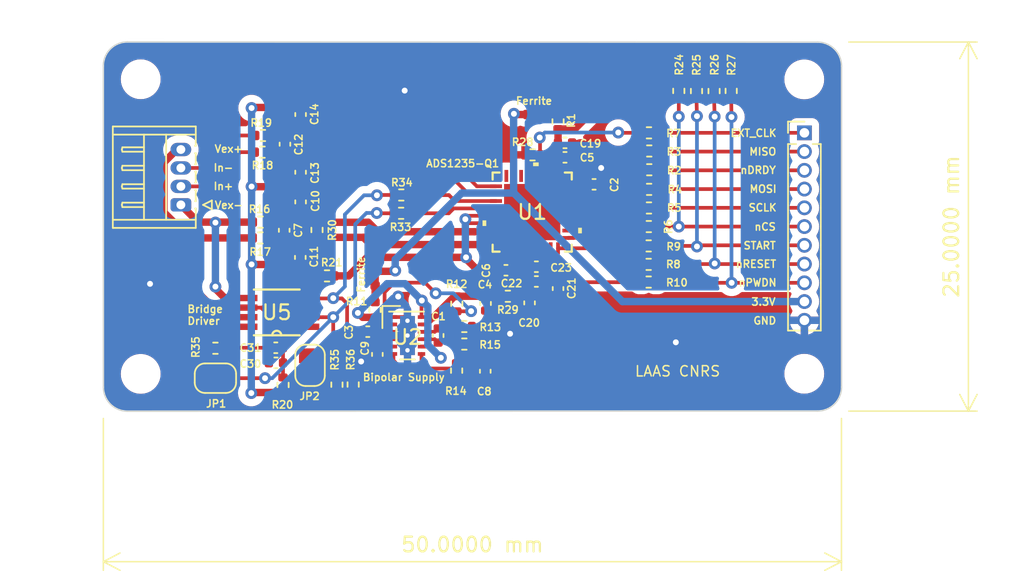
<source format=kicad_pcb>
(kicad_pcb (version 20221018) (generator pcbnew)
  (title_block (title "Analog conditioning and filtering measurements") (company "LAAS - CNRS"))
  (layers (0 "F.Cu" signal) (31 "B.Cu" signal) (34 "B.Paste" user) (35 "F.Paste" user) (36 "B.SilkS" user "B.Silkscreen") (37 "F.SilkS" user "F.Silkscreen") (38 "B.Mask" user) (39 "F.Mask" user) (44 "Edge.Cuts" user))
  (net 0 "")
  (net 1 "/nCS")
  (net 2 "Net-(J2-Pin_6)")
  (net 3 "Net-(J2-Pin_1)")
  (net 4 "Net-(U2-FB+)")
  (net 5 "GND")
  (net 6 "/-2.5V")
  (net 7 "Net-(U5-INB)")
  (net 8 "Net-(U5-INA)")
  (net 9 "/ACX2")
  (net 10 "/ACX1")
  (net 11 "Net-(U1-REFN0)")
  (net 12 "Net-(U1-REFP0)")
  (net 13 "/2V5")
  (net 14 "/Avdd")
  (net 15 "/EXT_CLK")
  (net 16 "/3V3d")
  (net 17 "Net-(J2-Pin_8)")
  (net 18 "Net-(J2-Pin_3)")
  (net 19 "Net-(J2-Pin_2)")
  (net 20 "Net-(U5-VDD)")
  (net 21 "Net-(U5-GND)")
  (net 22 "Net-(J1-Pin_3)")
  (net 23 "Net-(U1-AIN5)")
  (net 24 "Net-(J1-Pin_2)")
  (net 25 "Net-(U1-AIN4)")
  (net 26 "Net-(J1-Pin_1)")
  (net 27 "Net-(J1-Pin_4)")
  (net 28 "/3V3")
  (net 29 "/3V3a")
  (net 30 "Net-(J2-Pin_9)")
  (net 31 "Net-(J2-Pin_7)")
  (net 32 "/nPWDN")
  (net 33 "Net-(J2-Pin_4)")
  (net 34 "/START")
  (net 35 "Net-(J2-Pin_5)")
  (net 36 "Net-(U2-FB-)")
  (net 37 "/nDRDY")
  (net 38 "Net-(U2-CP)")
  (net 39 "Net-(U2-C-)")
  (net 40 "Net-(U2-C+)")
  (net 41 "Net-(U1-BYPASS)")
  (net 42 "Net-(U1-CAPN)")
  (net 43 "Net-(U1-CAPP)")
  (net 54 "/MISO")
  (net 55 "/MOSI")
  (net 56 "/SCLK")
  (net 57 "/nRESET")
  (net 58 "jump1")
  (net 59 "jump2")
  (footprint "Resistor_SMD:R_0402_1005Metric" (layer "F.Cu") (at 136.94 113.81)
    (fp_text reference "R9")
    (fp_text value "47" hide)
  )
  (footprint "Resistor_SMD:R_0402_1005Metric" (layer "F.Cu") (at 141.37 103.32 -90)
    (fp_text reference "R26")
    (fp_text value "100k" hide)
  )
  (footprint "Capacitor_SMD:C_0402_1005Metric" (layer "F.Cu") (at 112.3011 106.92 90)
    (fp_text reference "C12")
    (fp_text value "10n" hide)
  )
  (footprint "Resistor_SMD:R_0402_1005Metric" (layer "F.Cu") (at 115.1511 115.84 180)
    (fp_text reference "R21")
    (fp_text value "0" hide)
  )
  (footprint "Capacitor_SMD:C_0402_1005Metric" (layer "F.Cu") (at 118.5611 121.16 -90)
    (fp_text reference "C9")
    (fp_text value "4.7u" hide)
  )
  (footprint "Resistor_SMD:R_0402_1005Metric" (layer "F.Cu") (at 136.94 115.06)
    (fp_text reference "R8")
    (fp_text value "47" hide)
  )
  (footprint "Capacitor_SMD:C_0402_1005Metric" (layer "F.Cu") (at 113.3411 114.59 -90)
    (fp_text reference "C11")
    (fp_text value "1n" hide)
  )
  (footprint "Capacitor_SMD:C_0402_1005Metric" (layer "F.Cu") (at 111.6901 121.73 180)
    (fp_text reference "C30")
    (fp_text value "2.2u" hide)
  )
  (footprint "ADS1235-Q1:RHM0032A_VQFNP_TEX" (layer "F.Cu") (at 129.05 111.52 90)
    (fp_text reference "U1")
    (fp_text value "ADS1235QWRHMRQ1" hide)
  )
  (footprint "Resistor_SMD:R_0402_1005Metric" (layer "F.Cu") (at 110.6511 112.2)
    (fp_text reference "R16")
    (fp_text value "100" hide)
  )
  (footprint "Resistor_SMD:R_0402_1005Metric" (layer "F.Cu") (at 136.98 108.65)
    (fp_text reference "R2")
    (fp_text value "47" hide)
  )
  (footprint "Resistor_SMD:R_0402_1005Metric" (layer "F.Cu") (at 120.1811 110.36 180)
    (fp_text reference "R34")
    (fp_text value "0" hide)
  )
  (footprint "Resistor_SMD:R_0402_1005Metric" (layer "F.Cu") (at 140.18 103.32 -90)
    (fp_text reference "R25")
    (fp_text value "100k" hide)
  )
  (footprint "MountingHole:MountingHole_2.2mm_M2" (layer "F.Cu") (at 147.48 102.53)
    (fp_text reference "REF**" hide)
    (fp_text value "MountingHole_2.2mm_M2")
  )
  (footprint "Resistor_SMD:R_0402_1005Metric" (layer "F.Cu") (at 136.96 106.15)
    (fp_text reference "R7")
    (fp_text value "47" hide)
  )
  (footprint "Capacitor_SMD:C_0402_1005Metric" (layer "F.Cu") (at 125.8911 117.71 -90)
    (fp_text reference "C4")
    (fp_text value "2.2u" hide)
  )
  (footprint "Resistor_SMD:R_0402_1005Metric" (layer "F.Cu") (at 129.0711 107.64 180)
    (fp_text reference "R28")
    (fp_text value "100k" hide)
  )
  (footprint "Capacitor_SMD:C_0402_1005Metric" (layer "F.Cu") (at 133.2411 109.64)
    (fp_text reference "C2")
    (fp_text value "1u" hide)
  )
  (footprint "Capacitor_SMD:C_0402_1005Metric" (layer "F.Cu") (at 127.2711 115.46 180)
    (fp_text reference "C6")
    (fp_text value "4.7n" hide)
  )
  (footprint "Capacitor_SMD:C_0402_1005Metric" (layer "F.Cu") (at 125.8711 122.3 -90)
    (fp_text reference "C8")
    (fp_text value "2.2u" hide)
  )
  (footprint "Resistor_SMD:R_0402_1005Metric" (layer "F.Cu") (at 118.4011 118.14 -90)
    (fp_text reference "R11")
    (fp_text value "0" hide)
  )
  (footprint "Resistor_SMD:R_0402_1005Metric" (layer "F.Cu") (at 110.6411 113.27)
    (fp_text reference "R17")
    (fp_text value "100" hide)
  )
  (footprint "Resistor_SMD:R_0402_1005Metric" (layer "F.Cu") (at 136.98 107.38)
    (fp_text reference "R3")
    (fp_text value "47" hide)
  )
  (footprint "MountingHole:MountingHole_2.2mm_M2" (layer "F.Cu") (at 102.53 122.48)
    (fp_text reference "REF**" hide)
    (fp_text value "MountingHole_2.2mm_M2")
  )
  (footprint "Resistor_SMD:R_0402_1005Metric" (layer "F.Cu") (at 136.94 116.26)
    (fp_text reference "R10")
    (fp_text value "47" hide)
  )
  (footprint "Resistor_SMD:R_0402_1005Metric" (layer "F.Cu") (at 142.53 103.31 -90)
    (fp_text reference "R27")
    (fp_text value "100k" hide)
  )
  (footprint "MountingHole:MountingHole_2.2mm_M2" (layer "F.Cu") (at 147.48 122.47)
    (fp_text reference "REF**" hide)
    (fp_text value "MountingHole_2.2mm_M2")
  )
  (footprint "Capacitor_SMD:C_0402_1005Metric" (layer "F.Cu") (at 130.8011 116.7 90)
    (fp_text reference "C21")
    (fp_text value "0.1u" hide)
  )
  (footprint "Resistor_SMD:R_0402_1005Metric" (layer "F.Cu") (at 114.4711 112.73 -90)
    (fp_text reference "R30")
    (fp_text value "100k" hide)
  )
  (footprint "Resistor_SMD:R_0402_1005Metric" (layer "F.Cu") (at 107.5911 120.74 180)
    (fp_text reference "R35")
    (fp_text value "100k" hide)
  )
  (footprint "Capacitor_SMD:C_0402_1005Metric" (layer "F.Cu") (at 112.2511 112.75 -90)
    (fp_text reference "C7")
    (fp_text value "10n" hide)
  )
  (footprint "Resistor_SMD:R_0402_1005Metric" (layer "F.Cu") (at 112.1711 123.23 -90)
    (fp_text reference "R20")
    (fp_text value "0" hide)
  )
  (footprint "Inductor_SMD:L_0402_1005Metric" (layer "F.Cu") (at 118.4111 116.015 90)
    (fp_text reference "Ferrite")
    (fp_text value "L_0402_1005Metric" hide)
  )
  (footprint "Capacitor_SMD:C_0402_1005Metric" (layer "F.Cu") (at 111.6801 120.71 180)
    (fp_text reference "C31")
    (fp_text value "220p" hide)
  )
  (footprint "Resistor_SMD:R_0402_1005Metric" (layer "F.Cu") (at 110.7811 107.46)
    (fp_text reference "R18")
    (fp_text value "100" hide)
  )
  (footprint "Resistor_SMD:R_0402_1005Metric" (layer "F.Cu") (at 136.96 111.24)
    (fp_text reference "R5")
    (fp_text value "47" hide)
  )
  (footprint "Capacitor_SMD:C_0402_1005Metric" (layer "F.Cu") (at 128.8711 117.67 -90)
    (fp_text reference "C20")
    (fp_text value "0.1u" hide)
  )
  (footprint "Jumper:SolderJumper-2_P1.3mm_Open_RoundedPad1.0x1.5mm" (layer "F.Cu") (at 114.0011 121.9 -90)
    (fp_text reference "JP2")
    (fp_text value "SolderJumper-2_P1.3mm_Open_RoundedPad1.0x1.5mm" hide)
  )
  (footprint "Jumper:SolderJumper-2_P1.3mm_Bridged_RoundedPad1.0x1.5mm" (layer "F.Cu") (at 107.5911 122.77)
    (fp_text reference "JP1")
    (fp_text value "SolderJumper-2_P1.3mm_Bridged_RoundedPad1.0x1.5mm" hide)
  )
  (footprint "Capacitor_SMD:C_0402_1005Metric" (layer "F.Cu") (at 122.6811 119.88 90)
    (fp_text reference "C1")
    (fp_text value "1u" hide)
  )
  (footprint "Resistor_SMD:R_0402_1005Metric" (layer "F.Cu") (at 136.97 109.98)
    (fp_text reference "R4")
    (fp_text value "47" hide)
  )
  (footprint "Connector_Hirose:Hirose_DF13-04P-1.25DS_1x04_P1.25mm_Horizontal" (layer "F.Cu") (at 105.2511 111.03 90)
    (fp_text reference "J1" hide)
    (fp_text value "Conn_01x04_Pin")
  )
  (footprint "Resistor_SMD:R_0402_1005Metric" (layer "F.Cu") (at 123.9311 122.26 -90)
    (fp_text reference "R14")
    (fp_text value "536k" hide)
  )
  (footprint "Resistor_SMD:R_0402_1005Metric" (layer "F.Cu") (at 130.8011 105.38 90)
    (fp_text reference "R1")
    (fp_text value "0.1" hide)
  )
  (footprint "Capacitor_SMD:C_0402_1005Metric" (layer "F.Cu") (at 129.3311 115.22)
    (fp_text reference "C23")
    (fp_text value "0.1u" hide)
  )
  (footprint "Resistor_SMD:R_0402_1005Metric" (layer "F.Cu") (at 136.95 112.5)
    (fp_text reference "R6")
    (fp_text value "47" hide)
  )
  (footprint "Resistor_SMD:R_0402_1005Metric" (layer "F.Cu") (at 120.1711 111.6 180)
    (fp_text reference "R33")
    (fp_text value "0" hide)
  )
  (footprint "Capacitor_SMD:C_0402_1005Metric" (layer "F.Cu") (at 113.3611 110.83 -90)
    (fp_text reference "C10")
    (fp_text value "1n" hide)
  )
  (footprint "Resistor_SMD:R_0402_1005Metric" (layer "F.Cu") (at 124.4511 119.27)
    (fp_text reference "R13")
    (fp_text value "549k" hide)
  )
  (footprint "Capacitor_SMD:C_0402_1005Metric" (layer "F.Cu") (at 117.9111 119.62 180)
    (fp_text reference "C3")
    (fp_text value "4.7u" hide)
  )
  (footprint "Capacitor_SMD:C_0402_1005Metric" (layer "F.Cu") (at 131.2711 106.83)
    (fp_text reference "C19")
    (fp_text value "0.1u" hide)
  )
  (footprint "MountingHole:MountingHole_2.2mm_M2" (layer "F.Cu") (at 102.53 102.52)
    (fp_text reference "REF**" hide)
    (fp_text value "MountingHole_2.2mm_M2")
  )
  (footprint "UCC27524:DGN8" (layer "F.Cu") (at 111.7456 118.315001 180)
    (fp_text reference "U5")
    (fp_text value "UCC27524DGN" hide)
  )
  (footprint "Resistor_SMD:R_0402_1005Metric" (layer "F.Cu") (at 138.98 103.31 -90)
    (fp_text reference "R24")
    (fp_text value "100k" hide)
  )
  (footprint "Inductor_SMD:L_0402_1005Metric" (layer "F.Cu") (at 129.2011 104.91)
    (fp_text reference "Ferrite")
    (fp_text value "L_0402_1005Metric" hide)
  )
  (footprint "Resistor_SMD:R_0402_1005Metric" (layer "F.Cu") (at 123.9411 117.73 -90)
    (fp_text reference "R12")
    (fp_text value "602k" hide)
  )
  (footprint "Resistor_SMD:R_0402_1005Metric" (layer "F.Cu") (at 115.8211 123.21 90)
    (fp_text reference "R35")
    (fp_text value "100k" hide)
  )
  (footprint "Resistor_SMD:R_0402_1005Metric" (layer "F.Cu") (at 116.9211 123.2 90)
    (fp_text reference "R36")
    (fp_text value "100k" hide)
  )
  (footprint "Capacitor_SMD:C_0402_1005Metric" (layer "F.Cu") (at 131.2711 107.81)
    (fp_text reference "C5")
    (fp_text value "1u" hide)
  )
  (footprint "Package_SON:WSON-12-1EP_3x2mm_P0.5mm_EP1x2.65_ThermalVias" (layer "F.Cu") (at 120.6011 119.88)
    (fp_text reference "U2")
    (fp_text value "LM27762" hide)
  )
  (footprint "Capacitor_SMD:C_0402_1005Metric" (layer "F.Cu") (at 113.3611 108.82 90)
    (fp_text reference "C13")
    (fp_text value "1n" hide)
  )
  (footprint "Resistor_SMD:R_0402_1005Metric" (layer "F.Cu") (at 124.4511 120.46)
    (fp_text reference "R15")
    (fp_text value "511k" hide)
  )
  (footprint "Capacitor_SMD:C_0402_1005Metric" (layer "F.Cu") (at 113.3611 104.91 90)
    (fp_text reference "C14")
    (fp_text value "1n" hide)
  )
  (footprint "Resistor_SMD:R_0402_1005Metric" (layer "F.Cu") (at 110.8111 106.33)
    (fp_text reference "R19")
    (fp_text value "100" hide)
  )
  (footprint "Capacitor_SMD:C_0402_1005Metric" (layer "F.Cu") (at 129.3311 116.22)
    (fp_text reference "C22")
    (fp_text value "1u" hide)
  )
  (footprint "Connector_PinHeader_1.27mm:PinHeader_1x11_P1.27mm_Vertical" (layer "F.Cu") (at 147.49 106.15)
    (fp_text reference "J2" hide)
    (fp_text value "Conn_01x11_Pin")
  )
  (footprint "Resistor_SMD:R_0402_1005Metric" (layer "F.Cu") (at 127.4011 117.22)
    (fp_text reference "R29")
    (fp_text value "0.1" hide)
  )
  (gr_arc locked (start 100 101.62) (mid 100.475789 100.471345) (end 101.624444 99.995558) (stroke (width 0.1)) (layer "Edge.Cuts"))
  (gr_line locked (start 148.38 100.005558) (end 101.624444 99.995558) (stroke (width 0.1)) (layer "Edge.Cuts"))
  (gr_arc locked (start 101.63 125.004442) (mid 100.481345 124.528653) (end 100.005558 123.379998) (stroke (width 0.1)) (layer "Edge.Cuts"))
  (gr_arc locked (start 150.004442 123.37) (mid 149.528653 124.518655) (end 148.379998 124.994442) (stroke (width 0.1)) (layer "Edge.Cuts"))
  (gr_arc locked (start 148.38 100.005558) (mid 149.528655 100.481347) (end 150.004442 101.630002) (stroke (width 0.1)) (layer "Edge.Cuts"))
  (gr_line locked (start 150.004442 123.37) (end 150.004442 101.630002) (stroke (width 0.1)) (layer "Edge.Cuts"))
  (gr_line locked (start 101.63 125.004442) (end 148.379998 124.994442) (stroke (width 0.1)) (layer "Edge.Cuts"))
  (gr_line locked (start 100 101.62) (end 100.005558 123.379998) (stroke (width 0.1)) (layer "Edge.Cuts"))
  (gr_text "EXT_CLK" (at 142.43 106.46) (layer "F.SilkS") (effects (font (size 0.5 0.5) (thickness 0.1)) (justify left bottom)))
  (gr_text "nPWDN" (at 142.98 116.59) (layer "F.SilkS") (effects (font (size 0.5 0.5) (thickness 0.1)) (justify left bottom)))
  (gr_text "Vex+" (at 107.4811 107.53) (layer "F.SilkS") (effects (font (size 0.5 0.5) (thickness 0.1)) (justify left bottom)))
  (gr_text "nRESET" (at 142.79 115.33) (layer "F.SilkS") (effects (font (size 0.5 0.5) (thickness 0.1)) (justify left bottom)))
  (gr_text "START" (at 143.31 114.08) (layer "F.SilkS") (effects (font (size 0.5 0.5) (thickness 0.1)) (justify left bottom)))
  (gr_text "GND" (at 143.98 119.17) (layer "F.SilkS") (effects (font (size 0.5 0.5) (thickness 0.1)) (justify left bottom)))
  (gr_text "In-" (at 107.4111 108.81) (layer "F.SilkS") (effects (font (size 0.5 0.5) (thickness 0.1)) (justify left bottom)))
  (gr_text "ADS1235-Q1" (at 121.8111 108.52) (layer "F.SilkS") (effects (font (size 0.5 0.5) (thickness 0.1)) (justify left bottom)))
  (gr_text "MISO" (at 143.7 107.72) (layer "F.SilkS") (effects (font (size 0.5 0.5) (thickness 0.1)) (justify left bottom)))
  (gr_text "Bipolar Supply" (at 117.5211 123) (layer "F.SilkS") (effects (font (size 0.5 0.5) (thickness 0.1)) (justify left bottom)))
  (gr_text "Bridge\nDriver" (at 105.6411 119.19) (layer "F.SilkS") (effects (font (size 0.5 0.5) (thickness 0.1)) (justify left bottom)))
  (gr_text "LAAS CNRS" (at 135.95 122.71) (layer "F.SilkS") (effects (font (size 0.7 0.7) (thickness 0.1)) (justify left bottom)))
  (gr_text "Vex-" (at 107.4911 111.34) (layer "F.SilkS") (effects (font (size 0.5 0.5) (thickness 0.1)) (justify left bottom)))
  (gr_text "nDRDY" (at 143.1 108.97) (layer "F.SilkS") (effects (font (size 0.5 0.5) (thickness 0.1)) (justify left bottom)))
  (gr_text "3.3V" (at 143.84 117.89) (layer "F.SilkS") (effects (font (size 0.5 0.5) (thickness 0.1)) (justify left bottom)))
  (gr_text "MOSI" (at 143.72 110.25) (layer "F.SilkS") (effects (font (size 0.5 0.5) (thickness 0.1)) (justify left bottom)))
  (gr_text "In+" (at 107.4111 110.06) (layer "F.SilkS") (effects (font (size 0.5 0.5) (thickness 0.1)) (justify left bottom)))
  (gr_text "nCS" (at 144.05 112.81) (layer "F.SilkS") (effects (font (size 0.5 0.5) (thickness 0.1)) (justify left bottom)))
  (gr_text "SCLK" (at 143.65 111.51) (layer "F.SilkS") (effects (font (size 0.5 0.5) (thickness 0.1)) (justify left bottom)))
  (dimension (type aligned) (layer "F.SilkS") (pts (xy 150 125) (xy 150 100)) (height 8.6) (gr_text "25.0000 mm" (at 157.45 112.5 90) (layer "F.SilkS") (effects (font (size 1 1) (thickness 0.15)))) (format (prefix "") (suffix "") (units 3) (units_format 1) (precision 4)) (style (thickness 0.1) (arrow_length 1.27) (text_position_mode 0) (extension_height 0.58642) (extension_offset 0.5) keep_text_aligned))
  (dimension (type aligned) (layer "F.SilkS") (pts (xy 100 125) (xy 150 125)) (height 10.199999) (gr_text "50.0000 mm" (at 125 134.049999) (layer "F.SilkS") (effects (font (size 1 1) (thickness 0.15)))) (format (prefix "") (suffix "") (units 3) (units_format 1) (precision 4)) (style (thickness 0.1) (arrow_length 1.27) (text_position_mode 0) (extension_height 0.58642) (extension_offset 0.5) keep_text_aligned))
  (segment (start 135.0211 112.77) (end 135.2911 112.5) (width 0.25) (layer "F.Cu") (net 1))
  (segment (start 135.2911 112.5) (end 136.44 112.5) (width 0.25) (layer "F.Cu") (net 1))
  (segment (start 131.5011 112.77) (end 135.0211 112.77) (width 0.25) (layer "F.Cu") (net 1))
  (segment (start 138.98 112.5) (end 147.49 112.5) (width 0.25) (layer "F.Cu") (net 2))
  (segment (start 138.98 112.5) (end 137.46 112.5) (width 0.25) (layer "F.Cu") (net 2))
  (segment (start 139.06 105.05) (end 139 104.99) (width 0.25) (layer "F.Cu") (net 2))
  (segment (start 138.98 104.97) (end 138.98 104.97) (width 0.25) (layer "F.Cu") (net 2))
  (segment (start 138.98 103.82) (end 138.98 104.97) (width 0.25) (layer "F.Cu") (net 2))
  (segment (start 138.98 105.05) (end 139.06 105.05) (width 0.25) (layer "F.Cu") (net 2))
  (segment (start 138.98 104.97) (end 138.98 105.05) (width 0.25) (layer "F.Cu") (net 2))
  (via (at 138.98 112.5) (size 0.8) (drill 0.4) (layers "F.Cu" "B.Cu") (net 2))
  (via (at 138.98 105.05) (size 0.8) (drill 0.4) (layers "F.Cu" "B.Cu") (net 2))
  (segment (start 138.98 105.05) (end 138.98 112.5) (width 0.25) (layer "B.Cu") (net 2))
  (segment (start 137.47 106.15) (end 147.49 106.15) (width 0.25) (layer "F.Cu") (net 3))
  (segment (start 119.264273 119.13) (end 119.6511 119.13) (width 0.25) (layer "F.Cu") (net 4))
  (segment (start 124.8111 118.23) (end 124.9111 118.23) (width 0.25) (layer "F.Cu") (net 4))
  (segment (start 124.8211 118.24) (end 124.8111 118.23) (width 0.25) (layer "F.Cu") (net 4))
  (segment (start 124.9111 118.33) (end 124.8311 118.25) (width 0.25) (layer "F.Cu") (net 4))
  (segment (start 123.9411 118.24) (end 124.8211 118.24) (width 0.25) (layer "F.Cu") (net 4))
  (segment (start 119.0511 118.916827) (end 119.264273 119.13) (width 0.25) (layer "F.Cu") (net 4))
  (segment (start 121.7911 116.3) (end 119.7011 116.3) (width 0.25) (layer "F.Cu") (net 4))
  (segment (start 119.7011 116.3) (end 119.0511 116.95) (width 0.25) (layer "F.Cu") (net 4))
  (segment (start 119.0511 116.95) (end 119.0511 118.916827) (width 0.25) (layer "F.Cu") (net 4))
  (segment (start 124.9111 118.23) (end 124.9111 118.33) (width 0.25) (layer "F.Cu") (net 4))
  (segment (start 123.9411 119.27) (end 123.9411 118.24) (width 0.25) (layer "F.Cu") (net 4))
  (segment (start 122.5111 117.02) (end 121.7911 116.3) (width 0.25) (layer "F.Cu") (net 4))
  (via (at 122.5111 117.02) (size 0.8) (drill 0.4) (layers "F.Cu" "B.Cu") (net 4))
  (via (at 124.9111 118.23) (size 0.8) (drill 0.4) (layers "F.Cu" "B.Cu") (net 4))
  (segment (start 122.5111 117.02) (end 123.7011 117.02) (width 0.25) (layer "B.Cu") (net 4))
  (segment (start 123.7011 117.02) (end 124.9111 118.23) (width 0.25) (layer "B.Cu") (net 4))
  (segment (start 133.7211 108.53) (end 133.7211 109.64) (width 0.5) (layer "F.Cu") (net 5))
  (segment (start 131.7411 108.61) (end 131.5011 108.85) (width 0.25) (layer "F.Cu") (net 5))
  (segment (start 117.4611 121.64) (end 118.5611 121.64) (width 0.5) (layer "F.Cu") (net 5))
  (segment (start 117.4311 121.61) (end 117.4311 119.62) (width 0.5) (layer "F.Cu") (net 5))
  (segment (start 131.5011 108.85) (end 131.5011 109.770001) (width 0.25) (layer "F.Cu") (net 5))
  (segment (start 119.6511 120.13) (end 120.3511 120.13) (width 0.25) (layer "F.Cu") (net 5))
  (segment (start 117.4611 121.64) (end 117.4311 121.61) (width 0.5) (layer "F.Cu") (net 5))
  (segment (start 119.6511 118.63) (end 120.3511 118.63) (width 0.25) (layer "F.Cu") (net 5))
  (segment (start 131.7511 108.31) (end 131.7511 107.81) (width 0.5) (layer "F.Cu") (net 5))
  (segment (start 131.7411 108.32) (end 131.7411 108.61) (width 0.25) (layer "F.Cu") (net 5))
  (segment (start 131.7411 108.32) (end 131.7511 108.31) (width 0.5) (layer "F.Cu") (net 5))
  (segment (start 120.3511 118.63) (end 120.6011 118.88) (width 0.25) (layer "F.Cu") (net 5))
  (segment (start 120.3511 120.13) (end 120.6011 119.88) (width 0.25) (layer "F.Cu") (net 5))
  (via (at 119.9711 117.24) (size 0.8) (drill 0.4) (layers "F.Cu" "B.Cu") (net 5))
  (via (at 103.1611 116.38) (size 0.8) (drill 0.4) (layers "F.Cu" "B.Cu") (net 5))
  (via (at 138.78 120.34) (size 0.8) (drill 0.4) (layers "F.Cu" "B.Cu") (net 5))
  (via (at 127.5511 119.76) (size 0.8) (drill 0.4) (layers "F.Cu" "B.Cu") (net 5))
  (via (at 133.7211 108.53) (size 0.8) (drill 0.4) (layers "F.Cu" "B.Cu") (net 5))
  (via (at 120.4111 103.29) (size 0.8) (drill 0.4) (layers "F.Cu" "B.Cu") (net 5))
  (via (at 117.4611 121.64) (size 0.8) (drill 0.4) (layers "F.Cu" "B.Cu") (net 5))
  (segment (start 116.9111 123.72) (end 116.9211 123.71) (width 0.5) (layer "F.Cu") (net 6))
  (segment (start 115.8211 123.72) (end 116.9111 123.72) (width 0.5) (layer "F.Cu") (net 6))
  (segment (start 110.0511 109.8) (end 111.5811 109.8) (width 0.5) (layer "F.Cu") (net 6))
  (segment (start 110.0611 123.74) (end 112.1711 123.74) (width 0.5) (layer "F.Cu") (net 6))
  (segment (start 129.8111 115.22) (end 129.8111 115.1991) (width 0.25) (layer "F.Cu") (net 6))
  (segment (start 123.9311 122.77) (end 125.8611 122.77) (width 0.5) (layer "F.Cu") (net 6))
  (segment (start 129.8111 115.1991) (end 129.3 114.688) (width 0.25) (layer "F.Cu") (net 6))
  (segment (start 110.0411 104.47) (end 110.0811 104.43) (width 0.5) (layer "F.Cu") (net 6))
  (segment (start 113.3411 115.07) (end 110.0511 115.07) (width 0.5) (layer "F.Cu") (net 6))
  (segment (start 115.8011 123.74) (end 115.8211 123.72) (width 0.5) (layer "F.Cu") (net 6))
  (segment (start 129.3 114.688) (end 129.3 113.9711) (width 0.25) (layer "F.Cu") (net 6))
  (segment (start 113.3611 110.35) (end 112.2111 110.35) (width 0.5) (layer "F.Cu") (net 6))
  (segment (start 129.8111 116.22) (end 130.8011 116.22) (width 0.5) (layer "F.Cu") (net 6))
  (segment (start 129.8111 119.62) (end 129.8111 116.22) (width 0.5) (layer "F.Cu") (net 6))
  (segment (start 110.0811 104.43) (end 113.3611 104.43) (width 0.5) (layer "F.Cu") (net 6))
  (segment (start 111.6811 109.82) (end 111.6811 109.7) (width 0.5) (layer "F.Cu") (net 6))
  (segment (start 126.6611 122.77) (end 129.8111 119.62) (width 0.5) (layer "F.Cu") (net 6))
  (segment (start 111.6811 109.7) (end 112.0811 109.3) (width 0.5) (layer "F.Cu") (net 6))
  (segment (start 129.3 113.9711) (end 129.3 111.77) (width 0.25) (layer "F.Cu") (net 6))
  (segment (start 118.7311 123.71) (end 119.6811 122.76) (width 0.5) (layer "F.Cu") (net 6))
  (segment (start 119.6811 122.76) (end 123.7561 122.76) (width 0.5) (layer "F.Cu") (net 6))
  (segment (start 125.8811 122.77) (end 125.8711 122.78) (width 0.5) (layer "F.Cu") (net 6))
  (segment (start 113.3811 110.33) (end 113.3611 110.35) (width 0.5) (layer "F.Cu") (net 6))
  (segment (start 119.6511 121.74) (end 119.6611 121.75) (width 0.25) (layer "F.Cu") (net 6))
  (segment (start 112.2111 110.35) (end 111.6811 109.82) (width 0.5) (layer "F.Cu") (net 6))
  (segment (start 129.8111 115.22) (end 129.8111 116.22) (width 0.5) (layer "F.Cu") (net 6))
  (segment (start 110.0211 123.78) (end 110.0611 123.74) (width 0.5) (layer "F.Cu") (net 6))
  (segment (start 125.8611 122.77) (end 125.8711 122.78) (width 0.5) (layer "F.Cu") (net 6))
  (segment (start 126.6611 122.77) (end 125.8811 122.77) (width 0.5) (layer "F.Cu") (net 6))
  (segment (start 119.6611 121.75) (end 119.6611 122.72) (width 0.5) (layer "F.Cu") (net 6))
  (segment (start 116.9211 123.71) (end 118.7311 123.71) (width 0.5) (layer "F.Cu") (net 6))
  (segment (start 119.6511 121.13) (end 119.6511 121.74) (width 0.25) (layer "F.Cu") (net 6))
  (segment (start 119.6611 122.72) (end 119.6511 122.73) (width 0.5) (layer "F.Cu") (net 6))
  (segment (start 111.5811 109.8) (end 111.6811 109.7) (width 0.5) (layer "F.Cu") (net 6))
  (segment (start 112.0811 109.3) (end 113.3611 109.3) (width 0.5) (layer "F.Cu") (net 6))
  (segment (start 112.1711 123.74) (end 115.8011 123.74) (width 0.5) (layer "F.Cu") (net 6))
  (segment (start 110.0511 115.07) (end 110.0411 115.06) (width 0.5) (layer "F.Cu") (net 6))
  (segment (start 119.6511 122.73) (end 119.6811 122.76) (width 0.5) (layer "F.Cu") (net 6))
  (segment (start 110.0411 109.79) (end 110.0511 109.8) (width 0.5) (layer "F.Cu") (net 6))
  (via (at 110.0411 104.47) (size 0.8) (drill 0.4) (layers "F.Cu" "B.Cu") (net 6))
  (via (at 110.0411 109.79) (size 0.8) (drill 0.4) (layers "F.Cu" "B.Cu") (net 6))
  (via (at 110.0211 123.78) (size 0.8) (drill 0.4) (layers "F.Cu" "B.Cu") (net 6))
  (via (at 110.0411 115.06) (size 0.8) (drill 0.4) (layers "F.Cu" "B.Cu") (net 6))
  (segment (start 110.0411 104.47) (end 110.0411 109.79) (width 0.5) (layer "B.Cu") (net 6))
  (segment (start 110.0211 115.08) (end 110.0211 123.78) (width 0.5) (layer "B.Cu") (net 6))
  (segment (start 110.0411 109.79) (end 110.0411 115.06) (width 0.5) (layer "B.Cu") (net 6))
  (segment (start 110.0411 115.06) (end 110.0211 115.08) (width 0.5) (layer "B.Cu") (net 6))
  (segment (start 116.1601 117.37) (end 116.5111 117.721) (width 0.25) (layer "F.Cu") (net 7))
  (segment (start 115.5711 117.35) (end 115.5911 117.37) (width 0.25) (layer "F.Cu") (net 7))
  (segment (start 113.871098 117.37) (end 113.8411 117.340002) (width 0.25) (layer "F.Cu") (net 7))
  (segment (start 115.5911 117.37) (end 116.1601 117.37) (width 0.25) (layer "F.Cu") (net 7))
  (segment (start 118.5311 110.38) (end 118.6711 110.35) (width 0.25) (layer "F.Cu") (net 7))
  (segment (start 118.6811 110.36) (end 118.5311 110.38) (width 0.25) (layer "F.Cu") (net 7))
  (segment (start 119.6711 110.36) (end 118.6811 110.36) (width 0.25) (layer "F.Cu") (net 7))
  (segment (start 116.5111 117.721) (end 116.5111 122.28) (width 0.25) (layer "F.Cu") (net 7))
  (segment (start 115.5511 117.37) (end 113.871098 117.37) (width 0.25) (layer "F.Cu") (net 7))
  (segment (start 116.5111 122.28) (end 116.9211 122.69) (width 0.25) (layer "F.Cu") (net 7))
  (segment (start 115.5711 117.35) (end 115.5511 117.37) (width 0.25) (layer "F.Cu") (net 7))
  (via (at 118.5311 110.38) (size 0.8) (drill 0.4) (layers "F.Cu" "B.Cu") (net 7))
  (via (at 115.5711 117.35) (size 0.8) (drill 0.4) (layers "F.Cu" "B.Cu") (net 7))
  (segment (start 117.6611 110.38) (end 118.5311 110.38) (width 0.25) (layer "B.Cu") (net 7))
  (segment (start 116.3611 116.56) (end 116.3611 111.68) (width 0.25) (layer "B.Cu") (net 7))
  (segment (start 116.3611 111.68) (end 117.6611 110.38) (width 0.25) (layer "B.Cu") (net 7))
  (segment (start 115.5711 117.35) (end 116.3611 116.56) (width 0.25) (layer "B.Cu") (net 7))
  (segment (start 115.5711 118.640002) (end 114.8785 118.640002) (width 0.25) (layer "F.Cu") (net 8))
  (segment (start 115.5711 120.48) (end 115.5711 118.640002) (width 0.25) (layer "F.Cu") (net 8))
  (segment (start 118.6311 111.6) (end 118.6111 111.58) (width 0.25) (layer "F.Cu") (net 8))
  (segment (start 118.5211 111.49) (end 118.6211 111.59) (width 0.25) (layer "F.Cu") (net 8))
  (segment (start 110.9511 122.77) (end 110.9711 122.77) (width 0.25) (layer "F.Cu") (net 8))
  (segment (start 119.6611 111.6) (end 118.6311 111.6) (width 0.25) (layer "F.Cu") (net 8))
  (segment (start 108.2411 122.77) (end 110.9511 122.77) (width 0.25) (layer "F.Cu") (net 8))
  (segment (start 114.8011 121.25) (end 115.5711 120.48) (width 0.25) (layer "F.Cu") (net 8))
  (segment (start 114.0011 121.25) (end 114.8011 121.25) (width 0.25) (layer "F.Cu") (net 8))
  (segment (start 113.8411 118.640002) (end 114.8785 118.640002) (width 0.25) (layer "F.Cu") (net 8))
  (segment (start 118.6111 111.58) (end 118.5211 111.58) (width 0.25) (layer "F.Cu") (net 8))
  (segment (start 118.5211 111.58) (end 118.5211 111.49) (width 0.25) (layer "F.Cu") (net 8))
  (via (at 118.5211 111.58) (size 0.8) (drill 0.4) (layers "F.Cu" "B.Cu") (net 8))
  (via (at 110.9511 122.77) (size 0.8) (drill 0.4) (layers "F.Cu" "B.Cu") (net 8))
  (via (at 115.5711 118.640002) (size 0.8) (drill 0.4) (layers "F.Cu" "B.Cu") (net 8))
  (segment (start 117.8211 111.58) (end 118.5211 111.58) (width 0.25) (layer "B.Cu") (net 8))
  (segment (start 117.0611 112.34) (end 117.8211 111.58) (width 0.25) (layer "B.Cu") (net 8))
  (segment (start 117.0611 117.150002) (end 117.0611 112.34) (width 0.25) (layer "B.Cu") (net 8))
  (segment (start 111.441102 122.77) (end 115.5711 118.640002) (width 0.25) (layer "B.Cu") (net 8))
  (segment (start 110.9511 122.77) (end 111.441102 122.77) (width 0.25) (layer "B.Cu") (net 8))
  (segment (start 115.5711 118.640002) (end 117.0611 117.150002) (width 0.25) (layer "B.Cu") (net 8))
  (segment (start 123.4111 110.37) (end 120.7011 110.37) (width 0.25) (layer "F.Cu") (net 9))
  (segment (start 123.811099 110.769999) (end 123.4111 110.37) (width 0.25) (layer "F.Cu") (net 9))
  (segment (start 120.7011 110.37) (end 120.6911 110.36) (width 0.25) (layer "F.Cu") (net 9))
  (segment (start 126.5989 110.769999) (end 123.811099 110.769999) (width 0.25) (layer "F.Cu") (net 9))
  (segment (start 120.7011 111.5) (end 120.6911 111.51) (width 0.25) (layer "F.Cu") (net 10))
  (segment (start 123.4011 111.6) (end 123.7311 111.27) (width 0.25) (layer "F.Cu") (net 10))
  (segment (start 123.7311 111.27) (end 126.5989 111.27) (width 0.25) (layer "F.Cu") (net 10))
  (segment (start 120.6811 111.6) (end 123.4011 111.6) (width 0.25) (layer "F.Cu") (net 10))
  (segment (start 113.3611 112.22) (end 112.3011 112.22) (width 0.5) (layer "F.Cu") (net 11))
  (segment (start 125.1611 112.86) (end 125.1511 112.85) (width 0.25) (layer "F.Cu") (net 11))
  (segment (start 114.4711 112.22) (end 114.4811 112.21) (width 0.5) (layer "F.Cu") (net 11))
  (segment (start 114.4811 112.21) (end 117.949018 112.21) (width 0.5) (layer "F.Cu") (net 11))
  (segment (start 125.1511 112.85) (end 125.156099 112.845001) (width 0.5) (layer "F.Cu") (net 11))
  (segment (start 112.2511 112.27) (end 111.2311 112.27) (width 0.5) (layer "F.Cu") (net 11))
  (segment (start 114.4711 112.22) (end 114.5411 112.15) (width 0.25) (layer "F.Cu") (net 11))
  (segment (start 117.949018 112.21) (end 118.589018 112.85) (width 0.5) (layer "F.Cu") (net 11))
  (segment (start 113.3611 111.31) (end 113.3611 112.22) (width 0.5) (layer "F.Cu") (net 11))
  (segment (start 114.4211 112.27) (end 114.4711 112.22) (width 0.25) (layer "F.Cu") (net 11))
  (segment (start 125.834704 112.86) (end 125.1611 112.86) (width 0.25) (layer "F.Cu") (net 11))
  (segment (start 126.5989 112.77) (end 125.924704 112.77) (width 0.25) (layer "F.Cu") (net 11))
  (segment (start 114.4711 112.22) (end 113.3611 112.22) (width 0.5) (layer "F.Cu") (net 11))
  (segment (start 118.589018 112.85) (end 125.1511 112.85) (width 0.5) (layer "F.Cu") (net 11))
  (segment (start 111.2311 112.27) (end 111.1611 112.2) (width 0.5) (layer "F.Cu") (net 11))
  (segment (start 112.3011 112.22) (end 112.2511 112.27) (width 0.5) (layer "F.Cu") (net 11))
  (segment (start 125.924704 112.77) (end 125.834704 112.86) (width 0.25) (layer "F.Cu") (net 11))
  (segment (start 114.4811 113.23) (end 114.4711 113.24) (width 0.25) (layer "F.Cu") (net 12))
  (segment (start 113.3411 113.23) (end 112.2511 113.23) (width 0.5) (layer "F.Cu") (net 12))
  (segment (start 126.061101 113.269999) (end 126.5989 113.269999) (width 0.25) (layer "F.Cu") (net 12))
  (segment (start 114.4811 113.23) (end 113.3411 113.23) (width 0.5) (layer "F.Cu") (net 12))
  (segment (start 125.2711 113.72) (end 118.1111 113.72) (width 0.5) (layer "F.Cu") (net 12))
  (segment (start 111.1911 113.23) (end 111.1511 113.27) (width 0.5) (layer "F.Cu") (net 12))
  (segment (start 113.3411 114.11) (end 113.3411 113.23) (width 0.5) (layer "F.Cu") (net 12))
  (segment (start 114.4611 113.23) (end 114.4711 113.24) (width 0.25) (layer "F.Cu") (net 12))
  (segment (start 112.2511 113.23) (end 111.1911 113.23) (width 0.5) (layer "F.Cu") (net 12))
  (segment (start 114.4711 113.24) (end 114.4911 113.22) (width 0.25) (layer "F.Cu") (net 12))
  (segment (start 117.6211 113.23) (end 114.4811 113.23) (width 0.5) (layer "F.Cu") (net 12))
  (segment (start 125.2711 113.72) (end 125.6111 113.72) (width 0.25) (layer "F.Cu") (net 12))
  (segment (start 125.6111 113.72) (end 126.061101 113.269999) (width 0.25) (layer "F.Cu") (net 12))
  (segment (start 118.1111 113.72) (end 117.6211 113.23) (width 0.5) (layer "F.Cu") (net 12))
  (segment (start 126.8811 117.23) (end 126.8911 117.22) (width 0.5) (layer "F.Cu") (net 13))
  (segment (start 125.8911 117.23) (end 126.8811 117.23) (width 0.5) (layer "F.Cu") (net 13))
  (segment (start 123.9411 117.22) (end 125.8811 117.22) (width 0.5) (layer "F.Cu") (net 13))
  (segment (start 121.983491 119.13) (end 122.3411 118.772391) (width 0.25) (layer "F.Cu") (net 13))
  (segment (start 122.3411 118.772391) (end 122.3411 118.77) (width 0.25) (layer "F.Cu") (net 13))
  (segment (start 125.8811 117.22) (end 125.8911 117.23) (width 0.5) (layer "F.Cu") (net 13))
  (segment (start 121.5511 119.13) (end 121.983491 119.13) (width 0.25) (layer "F.Cu") (net 13))
  (segment (start 123.7911 117.22) (end 122.8311 118.18) (width 0.5) (layer "F.Cu") (net 13))
  (segment (start 123.9411 117.22) (end 123.7911 117.22) (width 0.5) (layer "F.Cu") (net 13))
  (segment (start 122.8311 118.18) (end 122.3411 118.67) (width 0.5) (layer "F.Cu") (net 13))
  (segment (start 124.5211 112) (end 124.5211 112.01) (width 0.25) (layer "F.Cu") (net 14))
  (segment (start 128.8711 116.24) (end 128.8511 116.22) (width 0.5) (layer "F.Cu") (net 14))
  (segment (start 124.567372 114.583728) (end 124.5511 114.6) (width 0.5) (layer "F.Cu") (net 14))
  (segment (start 124.5511 114.66) (end 124.8411 114.95) (width 0.5) (layer "F.Cu") (net 14))
  (segment (start 128.8511 115.22) (end 128.8 115.1689) (width 0.25) (layer "F.Cu") (net 14))
  (segment (start 126.5989 111.77) (end 124.7411 111.77) (width 0.25) (layer "F.Cu") (net 14))
  (segment (start 127.9111 117.22) (end 128.8411 117.22) (width 0.5) (layer "F.Cu") (net 14))
  (segment (start 128.8 115.1689) (end 128.8 113.9711) (width 0.25) (layer "F.Cu") (net 14))
  (segment (start 124.781101 112.270001) (end 126.5989 112.270001) (width 0.25) (layer "F.Cu") (net 14))
  (segment (start 124.5211 111.99) (end 124.5211 112) (width 0.25) (layer "F.Cu") (net 14))
  (segment (start 128.8511 116.22) (end 128.8511 115.22) (width 0.5) (layer "F.Cu") (net 14))
  (segment (start 127.9111 117.092685) (end 127.9111 117.22) (width 0.5) (layer "F.Cu") (net 14))
  (segment (start 124.5511 114.66) (end 126.1311 116.24) (width 0.5) (layer "F.Cu") (net 14))
  (segment (start 126.1311 116.24) (end 127.058415 116.24) (width 0.5) (layer "F.Cu") (net 14))
  (segment (start 128.8411 117.22) (end 128.8711 117.19) (width 0.5) (layer "F.Cu") (net 14))
  (segment (start 124.7411 111.77) (end 124.5211 111.99) (width 0.25) (layer "F.Cu") (net 14))
  (segment (start 124.567372 114.583728) (end 117.867372 114.583728) (width 0.5) (layer "F.Cu") (net 14))
  (segment (start 128.8711 117.19) (end 128.8711 116.24) (width 0.5) (layer "F.Cu") (net 14))
  (segment (start 124.5511 114.6) (end 124.5511 114.66) (width 0.5) (layer "F.Cu") (net 14))
  (segment (start 117.867372 114.583728) (end 116.6111 115.84) (width 0.5) (layer "F.Cu") (net 14))
  (segment (start 124.5211 112.01) (end 124.781101 112.270001) (width 0.25) (layer "F.Cu") (net 14))
  (segment (start 127.058415 116.24) (end 127.9111 117.092685) (width 0.5) (layer "F.Cu") (net 14))
  (segment (start 116.6111 115.84) (end 115.6611 115.84) (width 0.5) (layer "F.Cu") (net 14))
  (via (at 124.5211 112) (size 0.8) (drill 0.4) (layers "F.Cu" "B.Cu") (net 14))
  (via (at 124.567372 114.583728) (size 0.8) (drill 0.4) (layers "F.Cu" "B.Cu") (net 14))
  (segment (start 124.5211 112) (end 124.5211 114.537456) (width 0.5) (layer "B.Cu") (net 14))
  (segment (start 124.5211 114.537456) (end 124.567372 114.583728) (width 0.5) (layer "B.Cu") (net 14))
  (segment (start 134.9111 106.0989) (end 134.88 106.13) (width 0.25) (layer "F.Cu") (net 15))
  (segment (start 136.45 106.15) (end 134.9 106.15) (width 0.25) (layer "F.Cu") (net 15))
  (segment (start 129.5811 106.61) (end 129.5611 106.47) (width 0.25) (layer "F.Cu") (net 15))
  (segment (start 130.3 109.0689) (end 130.3 108.4789) (width 0.25) (layer "F.Cu") (net 15))
  (segment (start 129.5811 107.76) (end 129.5811 106.61) (width 0.25) (layer "F.Cu") (net 15))
  (segment (start 130.3 108.4789) (end 129.5811 107.76) (width 0.25) (layer "F.Cu") (net 15))
  (segment (start 129.5611 106.47) (end 129.5711 106.6) (width 0.25) (layer "F.Cu") (net 15))
  (segment (start 134.9 106.15) (end 134.88 106.13) (width 0.25) (layer "F.Cu") (net 15))
  (via (at 134.88 106.13) (size 0.8) (drill 0.4) (layers "F.Cu" "B.Cu") (net 15))
  (via (at 129.5611 106.47) (size 0.8) (drill 0.4) (layers "F.Cu" "B.Cu") (net 15))
  (segment (start 134.88 106.13) (end 129.9011 106.13) (width 0.25) (layer "B.Cu") (net 15))
  (segment (start 129.9011 106.13) (end 129.5611 106.47) (width 0.25) (layer "B.Cu") (net 15))
  (segment (start 138.98 102.8) (end 140.17 102.8) (width 0.5) (layer "F.Cu") (net 16))
  (segment (start 130.8011 105.89) (end 131.9311 105.89) (width 0.5) (layer "F.Cu") (net 16))
  (segment (start 138.98 102.8) (end 137.31 102.78) (width 0.5) (layer "F.Cu") (net 16))
  (segment (start 130.7911 106.83) (end 130.7911 107.81) (width 0.5) (layer "F.Cu") (net 16))
  (segment (start 142.53 102.8) (end 141.38 102.8) (width 0.5) (layer "F.Cu") (net 16))
  (segment (start 135.6 102.78) (end 135.0411 102.78) (width 0.5) (layer "F.Cu") (net 16))
  (segment (start 131.9311 105.89) (end 132.5511 105.27) (width 0.5) (layer "F.Cu") (net 16))
  (segment (start 130.8011 105.89) (end 130.8011 106.82) (width 0.5) (layer "F.Cu") (net 16))
  (segment (start 137.31 102.78) (end 135.6 102.78) (width 0.5) (layer "F.Cu") (net 16))
  (segment (start 141.37 102.81) (end 140.18 102.81) (width 0.5) (layer "F.Cu") (net 16))
  (segment (start 130.8011 106.82) (end 130.7911 106.83) (width 0.5) (layer "F.Cu") (net 16))
  (segment (start 130.799999 107.818899) (end 130.7911 107.81) (width 0.25) (layer "F.Cu") (net 16))
  (segment (start 140.17 102.8) (end 140.18 102.81) (width 0.5) (layer "F.Cu") (net 16))
  (segment (start 135.0411 102.78) (end 132.5911 105.23) (width 0.5) (layer "F.Cu") (net 16))
  (segment (start 130.799999 109.0689) (end 130.799999 107.818899) (width 0.25) (layer "F.Cu") (net 16))
  (segment (start 141.38 102.8) (end 141.37 102.81) (width 0.5) (layer "F.Cu") (net 16))
  (segment (start 132.5911 105.23) (end 132.5311 105.29) (width 0.5) (layer "F.Cu") (net 16))
  (segment (start 141.41 105.05) (end 141.37 104.87) (width 0.25) (layer "F.Cu") (net 17))
  (segment (start 137.47 115.04) (end 137.45 115.06) (width 0.25) (layer "F.Cu") (net 17))
  (segment (start 141.45 115.04) (end 147.49 115.04) (width 0.25) (layer "F.Cu") (net 17))
  (segment (start 141.41 115) (end 141.45 115.04) (width 0.25) (layer "F.Cu") (net 17))
  (segment (start 141.41 115) (end 141.37 115.04) (width 0.25) (layer "F.Cu") (net 17))
  (segment (start 141.37 115.04) (end 137.47 115.04) (width 0.25) (layer "F.Cu") (net 17))
  (segment (start 141.37 103.83) (end 141.41 105.05) (width 0.25) (layer "F.Cu") (net 17))
  (via (at 141.41 105.05) (size 0.8) (drill 0.4) (layers "F.Cu" "B.Cu") (net 17))
  (via (at 141.41 115) (size 0.8) (drill 0.4) (layers "F.Cu" "B.Cu") (net 17))
  (segment (start 141.41 105.05) (end 141.41 115) (width 0.25) (layer "B.Cu") (net 17))
  (segment (start 137.49 108.65) (end 137.53 108.69) (width 0.25) (layer "F.Cu") (net 18))
  (segment (start 137.53 108.69) (end 147.49 108.69) (width 0.25) (layer "F.Cu") (net 18))
  (segment (start 137.53 107.42) (end 147.49 107.42) (width 0.25) (layer "F.Cu") (net 19))
  (segment (start 137.49 107.38) (end 137.53 107.42) (width 0.25) (layer "F.Cu") (net 19))
  (segment (start 108.2911 120.71) (end 108.1611 120.84) (width 0.25) (layer "F.Cu") (net 20))
  (segment (start 111.2101 121.73) (end 111.2101 120.72) (width 0.25) (layer "F.Cu") (net 20))
  (segment (start 111.2001 120.71) (end 108.2911 120.71) (width 0.25) (layer "F.Cu") (net 20))
  (segment (start 114.6411 115.84) (end 112.9311 115.84) (width 0.25) (layer "F.Cu") (net 20))
  (segment (start 110.6875 117.99) (end 110.7293 118.0318) (width 0.25) (layer "F.Cu") (net 20))
  (segment (start 112.9311 115.84) (end 110.7393 118.0318) (width 0.25) (layer "F.Cu") (net 20))
  (segment (start 109.6501 117.99) (end 110.6875 117.99) (width 0.25) (layer "F.Cu") (net 20))
  (segment (start 111.2101 120.72) (end 111.2001 120.71) (width 0.25) (layer "F.Cu") (net 20))
  (segment (start 111.2001 118.5026) (end 111.2001 120.71) (width 0.25) (layer "F.Cu") (net 20))
  (segment (start 110.7293 118.0318) (end 111.2001 118.5026) (width 0.25) (layer "F.Cu") (net 20))
  (segment (start 110.7393 118.0318) (end 110.7293 118.0318) (width 0.25) (layer "F.Cu") (net 20))
  (segment (start 109.6401 118) (end 109.6501 117.99) (width 0.25) (layer "F.Cu") (net 20))
  (segment (start 112.1701 120.72) (end 112.1601 120.71) (width 0.25) (layer "F.Cu") (net 21))
  (segment (start 112.1701 122.719) (end 112.1711 122.72) (width 0.25) (layer "F.Cu") (net 21))
  (segment (start 112.1701 121.73) (end 112.1701 122.719) (width 0.25) (layer "F.Cu") (net 21))
  (segment (start 112.8037 117.99) (end 112.1601 118.6336) (width 0.25) (layer "F.Cu") (net 21))
  (segment (start 113.8411 117.99) (end 112.8037 117.99) (width 0.25) (layer "F.Cu") (net 21))
  (segment (start 112.1701 121.73) (end 112.1701 120.72) (width 0.25) (layer "F.Cu") (net 21))
  (segment (start 112.2001 121.7) (end 112.1701 121.73) (width 0.25) (layer "F.Cu") (net 21))
  (segment (start 112.1601 118.6336) (end 112.1601 120.71) (width 0.25) (layer "F.Cu") (net 21))
  (segment (start 109.0811 106.33) (end 110.3011 106.33) (width 0.25) (layer "F.Cu") (net 22))
  (segment (start 105.2511 108.53) (end 106.8811 108.53) (width 0.25) (layer "F.Cu") (net 22))
  (segment (start 106.8811 108.53) (end 109.0811 106.33) (width 0.25) (layer "F.Cu") (net 22))
  (segment (start 126.5989 109.770001) (end 125.301101 109.770001) (width 0.25) (layer "F.Cu") (net 23))
  (segment (start 121.9711 106.44) (end 113.3711 106.44) (width 0.25) (layer "F.Cu") (net 23))
  (segment (start 112.1911 106.33) (end 112.3011 106.44) (width 0.25) (layer "F.Cu") (net 23))
  (segment (start 113.3611 105.39) (end 113.3711 105.4) (width 0.25) (layer "F.Cu") (net 23))
  (segment (start 125.301101 109.770001) (end 121.9711 106.44) (width 0.25) (layer "F.Cu") (net 23))
  (segment (start 111.3211 106.33) (end 112.1911 106.33) (width 0.25) (layer "F.Cu") (net 23))
  (segment (start 112.3011 106.44) (end 113.3711 106.44) (width 0.25) (layer "F.Cu") (net 23))
  (segment (start 113.3711 105.4) (end 113.3711 106.44) (width 0.25) (layer "F.Cu") (net 23))
  (segment (start 106.9611 109.78) (end 105.2511 109.78) (width 0.25) (layer "F.Cu") (net 24))
  (segment (start 110.2711 107.46) (end 109.2811 107.46) (width 0.25) (layer "F.Cu") (net 24))
  (segment (start 109.2811 107.46) (end 106.9611 109.78) (width 0.25) (layer "F.Cu") (net 24))
  (segment (start 113.3611 107.4) (end 121.8411 107.4) (width 0.25) (layer "F.Cu") (net 25))
  (segment (start 113.3611 108.34) (end 113.3611 107.4) (width 0.25) (layer "F.Cu") (net 25))
  (segment (start 121.8411 107.4) (end 124.7111 110.27) (width 0.25) (layer "F.Cu") (net 25))
  (segment (start 124.7111 110.27) (end 126.5989 110.27) (width 0.25) (layer "F.Cu") (net 25))
  (segment (start 113.3611 107.4) (end 112.3011 107.4) (width 0.25) (layer "F.Cu") (net 25))
  (segment (start 112.1711 107.53) (end 112.3011 107.4) (width 0.25) (layer "F.Cu") (net 25))
  (segment (start 111.2911 107.46) (end 112.2411 107.46) (width 0.25) (layer "F.Cu") (net 25))
  (segment (start 112.2411 107.46) (end 112.3011 107.4) (width 0.25) (layer "F.Cu") (net 25))
  (segment (start 107.5911 116.57) (end 107.5811 116.56) (width 0.5) (layer "F.Cu") (net 26))
  (segment (start 110.1411 112.2) (end 107.6211 112.2) (width 0.5) (layer "F.Cu") (net 26))
  (segment (start 109.6501 117.339) (end 109.6501 117.340002) (width 0.25) (layer "F.Cu") (net 26))
  (segment (start 107.5911 112.23) (end 107.5611 112.2) (width 0.5) (layer "F.Cu") (net 26))
  (segment (start 107.5811 116.56) (end 107.5211 116.56) (width 0.5) (layer "F.Cu") (net 26))
  (segment (start 107.5911 116.71) (end 108.2052 117.3241) (width 0.5) (layer "F.Cu") (net 26))
  (segment (start 107.5911 116.57) (end 107.5911 116.71) (width 0.5) (layer "F.Cu") (net 26))
  (segment (start 106.4211 112.2) (end 105.2511 111.03) (width 0.5) (layer "F.Cu") (net 26))
  (segment (start 108.361102 117.340002) (end 108.3452 117.3241) (width 0.25) (layer "F.Cu") (net 26))
  (segment (start 108.2052 117.3241) (end 108.3452 117.3241) (width 0.5) (layer "F.Cu") (net 26))
  (segment (start 107.6211 112.2) (end 107.5911 112.23) (width 0.5) (layer "F.Cu") (net 26))
  (segment (start 109.6501 117.340002) (end 108.361102 117.340002) (width 0.25) (layer "F.Cu") (net 26))
  (segment (start 107.5611 112.2) (end 106.4211 112.2) (width 0.5) (layer "F.Cu") (net 26))
  (via (at 107.5911 116.57) (size 0.8) (drill 0.4) (layers "F.Cu" "B.Cu") (net 26))
  (via (at 107.5911 112.23) (size 0.8) (drill 0.4) (layers "F.Cu" "B.Cu") (net 26))
  (segment (start 107.5911 116.57) (end 107.5911 112.23) (width 0.5) (layer "B.Cu") (net 26))
  (segment (start 105.8611 116.43) (end 105.8611 113.294594) (width 0.5) (layer "F.Cu") (net 27))
  (segment (start 105.8611 113.294594) (end 105.848803 113.282297) (width 0.5) (layer "F.Cu") (net 27))
  (segment (start 104.1011 111.534594) (end 105.848803 113.282297) (width 0.5) (layer "F.Cu") (net 27))
  (segment (start 108.311102 118.640002) (end 108.3111 118.64) (width 0.25) (layer "F.Cu") (net 27))
  (segment (start 104.978308 107.28) (end 104.1011 108.157208) (width 0.5) (layer "F.Cu") (net 27))
  (segment (start 108.3111 118.64) (end 108.0711 118.64) (width 0.5) (layer "F.Cu") (net 27))
  (segment (start 104.1011 108.157208) (end 104.1011 111.534594) (width 0.5) (layer "F.Cu") (net 27))
  (segment (start 109.6501 118.640002) (end 109.645102 118.645) (width 0.25) (layer "F.Cu") (net 27))
  (segment (start 110.1211 113.26) (end 110.1311 113.27) (width 0.5) (layer "F.Cu") (net 27))
  (segment (start 105.2511 107.28) (end 104.978308 107.28) (width 0.5) (layer "F.Cu") (net 27))
  (segment (start 105.8611 113.27) (end 105.848803 113.282297) (width 0.5) (layer "F.Cu") (net 27))
  (segment (start 108.0711 118.64) (end 105.8611 116.43) (width 0.5) (layer "F.Cu") (net 27))
  (segment (start 109.6501 118.640002) (end 108.311102 118.640002) (width 0.25) (layer "F.Cu") (net 27))
  (segment (start 110.1311 113.27) (end 105.8611 113.27) (width 0.5) (layer "F.Cu") (net 27))
  (segment (start 119.7211 115.53) (end 119.7711 115.48) (width 0.5) (layer "F.Cu") (net 28))
  (segment (start 130.7611 104.91) (end 130.8011 104.87) (width 0.5) (layer "F.Cu") (net 28))
  (segment (start 128.7161 104.91) (end 127.8611 104.91) (width 0.5) (layer "F.Cu") (net 28))
  (segment (start 129.6861 104.91) (end 128.7161 104.91) (width 0.5) (layer "F.Cu") (net 28))
  (segment (start 118.4111 115.53) (end 118.4111 116.5) (width 0.5) (layer "F.Cu") (net 28))
  (segment (start 118.4111 117.62) (end 118.4011 117.63) (width 0.5) (layer "F.Cu") (net 28))
  (segment (start 118.4011 115.52) (end 118.4111 115.53) (width 0.5) (layer "F.Cu") (net 28))
  (segment (start 118.4111 115.53) (end 119.7211 115.53) (width 0.5) (layer "F.Cu") (net 28))
  (segment (start 127.8611 104.91) (end 127.8111 104.86) (width 0.5) (layer "F.Cu") (net 28))
  (segment (start 129.7261 104.87) (end 129.6861 104.91) (width 0.25) (layer "F.Cu") (net 28))
  (segment (start 129.6861 104.91) (end 130.7611 104.91) (width 0.5) (layer "F.Cu") (net 28))
  (segment (start 118.4111 116.5) (end 118.4111 117.62) (width 0.5) (layer "F.Cu") (net 28))
  (via (at 119.7711 115.48) (size 0.8) (drill 0.4) (layers "F.Cu" "B.Cu") (net 28))
  (via (at 127.8111 104.86) (size 0.8) (drill 0.4) (layers "F.Cu" "B.Cu") (net 28))
  (segment (start 124.2711 110.23) (end 127.8111 110.23) (width 0.5) (layer "B.Cu") (net 28))
  (segment (start 127.7911 104.88) (end 127.8111 104.86) (width 0.5) (layer "B.Cu") (net 28))
  (segment (start 135.1611 117.58) (end 129.1311 111.55) (width 0.5) (layer "B.Cu") (net 28))
  (segment (start 127.7911 110.21) (end 127.7911 104.88) (width 0.5) (layer "B.Cu") (net 28))
  (segment (start 127.8111 110.23) (end 129.1311 111.55) (width 0.5) (layer "B.Cu") (net 28))
  (segment (start 147.49 117.58) (end 135.1611 117.58) (width 0.5) (layer "B.Cu") (net 28))
  (segment (start 119.7711 115.48) (end 119.7711 114.73) (width 0.5) (layer "B.Cu") (net 28))
  (segment (start 147.49 117.58) (end 147.416497 117.58) (width 0.5) (layer "B.Cu") (net 28))
  (segment (start 127.8111 104.86) (end 127.8211 104.87) (width 0.5) (layer "B.Cu") (net 28))
  (segment (start 129.1311 111.55) (end 127.7911 110.21) (width 0.5) (layer "B.Cu") (net 28))
  (segment (start 119.7711 114.73) (end 124.2711 110.23) (width 0.5) (layer "B.Cu") (net 28))
  (segment (start 121.5511 117.58) (end 121.5711 117.56) (width 0.25) (layer "F.Cu") (net 29))
  (segment (start 122.8611 121.39) (end 122.7211 121.53) (width 0.25) (layer "F.Cu") (net 29))
  (segment (start 117.5711 118.65) (end 117.2711 118.35) (width 0.5) (layer "F.Cu") (net 29))
  (segment (start 117.2411 118.32) (end 117.3211 118.4) (width 0.5) (layer "F.Cu") (net 29))
  (segment (start 121.5711 117.51) (end 121.6211 117.51) (width 0.25) (layer "F.Cu") (net 29))
  (segment (start 118.4011 118.65) (end 118.4011 119.61) (width 0.5) (layer "F.Cu") (net 29))
  (segment (start 121.983491 120.63) (end 121.5511 120.63) (width 0.25) (layer "F.Cu") (net 29))
  (segment (start 121.6211 117.51) (end 121.5611 117.57) (width 0.25) (layer "F.Cu") (net 29))
  (segment (start 117.2411 118.35) (end 117.2411 118.32) (width 0.5) (layer "F.Cu") (net 29))
  (segment (start 118.4011 118.65) (end 117.5711 118.65) (width 0.5) (layer "F.Cu") (net 29))
  (segment (start 117.2711 118.35) (end 117.2411 118.35) (width 0.5) (layer "F.Cu") (net 29))
  (segment (start 122.743491 121.39) (end 121.983491 120.63) (width 0.25) (layer "F.Cu") (net 29))
  (segment (start 118.4011 119.63) (end 118.9511 119.63) (width 0.5) (layer "F.Cu") (net 29))
  (segment (start 118.3911 119.62) (end 118.4011 119.63) (width 0.5) (layer "F.Cu") (net 29))
  (segment (start 118.4011 119.61) (end 118.3911 119.62) (width 0.5) (layer "F.Cu") (net 29))
  (segment (start 121.5711 117.56) (end 121.5711 117.51) (width 0.25) (layer "F.Cu") (net 29))
  (segment (start 121.5511 118.63) (end 121.5511 117.58) (width 0.25) (layer "F.Cu") (net 29))
  (segment (start 122.8611 121.39) (end 122.743491 121.39) (width 0.25) (layer "F.Cu") (net 29))
  (segment (start 119.6511 119.63) (end 118.9511 119.63) (width 0.25) (layer "F.Cu") (net 29))
  (via (at 117.2411 118.35) (size 0.8) (drill 0.4) (layers "F.Cu" "B.Cu") (net 29))
  (via (at 121.5711 117.51) (size 0.8) (drill 0.4) (layers "F.Cu" "B.Cu") (net 29))
  (via (at 122.8611 121.39) (size 0.8) (drill 0.4) (layers "F.Cu" "B.Cu") (net 29))
  (segment (start 120.4311 116.37) (end 119.2211 116.37) (width 0.5) (layer "B.Cu") (net 29))
  (segment (start 119.2211 116.37) (end 117.2411 118.35) (width 0.5) (layer "B.Cu") (net 29))
  (segment (start 121.9811 117.92) (end 121.5711 117.51) (width 0.5) (layer "B.Cu") (net 29))
  (segment (start 121.9811 120.51) (end 121.9811 117.92) (width 0.5) (layer "B.Cu") (net 29))
  (segment (start 122.8611 121.39) (end 121.9811 120.51) (width 0.5) (layer "B.Cu") (net 29))
  (segment (start 121.5711 117.51) (end 120.4311 116.37) (width 0.5) (layer "B.Cu") (net 29))
  (segment (start 142.55 105.08) (end 142.53 104.89) (width 0.25) (layer "F.Cu") (net 30))
  (segment (start 142.53 103.82) (end 142.55 105.08) (width 0.25) (layer "F.Cu") (net 30))
  (segment (start 142.56 116.31) (end 147.49 116.31) (width 0.25) (layer "F.Cu") (net 30))
  (segment (start 142.56 116.31) (end 137.5 116.31) (width 0.25) (layer "F.Cu") (net 30))
  (segment (start 137.5 116.31) (end 137.45 116.26) (width 0.25) (layer "F.Cu") (net 30))
  (via (at 142.56 116.31) (size 0.8) (drill 0.4) (layers "F.Cu" "B.Cu") (net 30))
  (via (at 142.55 105.08) (size 0.8) (drill 0.4) (layers "F.Cu" "B.Cu") (net 30))
  (segment (start 142.55 116.3) (end 142.56 116.31) (width 0.25) (layer "B.Cu") (net 30))
  (segment (start 142.55 105.08) (end 142.55 116.3) (width 0.25) (layer "B.Cu") (net 30))
  (segment (start 140.17 113.81) (end 137.45 113.81) (width 0.25) (layer "F.Cu") (net 31))
  (segment (start 140.21 105.02) (end 140.18 104.89) (width 0.25) (layer "F.Cu") (net 31))
  (segment (start 140.21 113.85) (end 140.29 113.77) (width 0.25) (layer "F.Cu") (net 31))
  (segment (start 140.21 113.85) (end 140.17 113.81) (width 0.25) (layer "F.Cu") (net 31))
  (segment (start 140.18 103.83) (end 140.21 105.02) (width 0.25) (layer "F.Cu") (net 31))
  (segment (start 140.29 113.77) (end 147.49 113.77) (width 0.25) (layer "F.Cu") (net 31))
  (via (at 140.21 113.85) (size 0.8) (drill 0.4) (layers "F.Cu" "B.Cu") (net 31))
  (via (at 140.21 105.02) (size 0.8) (drill 0.4) (layers "F.Cu" "B.Cu") (net 31))
  (segment (start 140.21 105.02) (end 140.21 113.85) (width 0.25) (layer "B.Cu") (net 31))
  (segment (start 130.3 114.654501) (end 131.915499 116.27) (width 0.25) (layer "F.Cu") (net 32))
  (segment (start 130.3 113.9711) (end 130.3 114.654501) (width 0.25) (layer "F.Cu") (net 32))
  (segment (start 131.915499 116.27) (end 136.42 116.27) (width 0.25) (layer "F.Cu") (net 32))
  (segment (start 136.42 116.27) (end 136.43 116.26) (width 0.25) (layer "F.Cu") (net 32))
  (segment (start 137.5 109.96) (end 147.49 109.96) (width 0.25) (layer "F.Cu") (net 33))
  (segment (start 137.48 109.98) (end 137.5 109.96) (width 0.25) (layer "F.Cu") (net 33))
  (segment (start 131.5011 113.269999) (end 131.511099 113.26) (width 0.25) (layer "F.Cu") (net 34))
  (segment (start 131.511099 113.26) (end 135.88 113.26) (width 0.25) (layer "F.Cu") (net 34))
  (segment (start 135.88 113.26) (end 136.43 113.81) (width 0.25) (layer "F.Cu") (net 34))
  (segment (start 137.47 111.24) (end 137.48 111.23) (width 0.25) (layer "F.Cu") (net 35))
  (segment (start 137.48 111.23) (end 147.49 111.23) (width 0.25) (layer "F.Cu") (net 35))
  (segment (start 121.5511 121.625305) (end 122.040795 122.115) (width 0.25) (layer "F.Cu") (net 36))
  (segment (start 123.9411 121.735) (end 123.9411 120.645) (width 0.25) (layer "F.Cu") (net 36))
  (segment (start 121.5511 121.13) (end 121.5511 121.625305) (width 0.25) (layer "F.Cu") (net 36))
  (segment (start 123.6461 122.115) (end 123.9311 121.83) (width 0.25) (layer "F.Cu") (net 36))
  (segment (start 122.040795 122.115) (end 123.6461 122.115) (width 0.25) (layer "F.Cu") (net 36))
  (segment (start 131.5011 111.27) (end 133.875105 111.27) (width 0.25) (layer "F.Cu") (net 37))
  (segment (start 133.875105 111.27) (end 136.47 108.675105) (width 0.25) (layer "F.Cu") (net 37))
  (segment (start 136.47 108.675105) (end 136.47 108.65) (width 0.25) (layer "F.Cu") (net 37))
  (segment (start 118.6111 120.63) (end 119.6511 120.63) (width 0.25) (layer "F.Cu") (net 38))
  (segment (start 118.5611 120.68) (end 118.6111 120.63) (width 0.25) (layer "F.Cu") (net 38))
  (segment (start 122.6811 120.36) (end 122.4511 120.13) (width 0.25) (layer "F.Cu") (net 39))
  (segment (start 122.4511 120.13) (end 121.5511 120.13) (width 0.25) (layer "F.Cu") (net 39))
  (segment (start 122.4511 119.63) (end 121.5511 119.63) (width 0.25) (layer "F.Cu") (net 40))
  (segment (start 122.6811 119.4) (end 122.4511 119.63) (width 0.25) (layer "F.Cu") (net 40))
  (segment (start 132.1311 110.27) (end 132.7611 109.64) (width 0.25) (layer "F.Cu") (net 41))
  (segment (start 131.5011 110.27) (end 132.1311 110.27) (width 0.25) (layer "F.Cu") (net 41))
  (segment (start 127.7511 115.352391) (end 128.299999 114.803492) (width 0.25) (layer "F.Cu") (net 42))
  (segment (start 127.7511 115.46) (end 127.7511 115.352391) (width 0.25) (layer "F.Cu") (net 42))
  (segment (start 128.299999 114.803492) (end 128.299999 113.9711) (width 0.25) (layer "F.Cu") (net 42))
  (segment (start 127.629501 114.825) (end 127.8 114.654501) (width 0.25) (layer "F.Cu") (net 43))
  (segment (start 126.7911 115.46) (end 126.7911 115.14) (width 0.25) (layer "F.Cu") (net 43))
  (segment (start 127.8 114.654501) (end 127.8 113.9711) (width 0.25) (layer "F.Cu") (net 43))
  (segment (start 127.1061 114.825) (end 127.629501 114.825) (width 0.25) (layer "F.Cu") (net 43))
  (segment (start 126.7911 115.14) (end 127.1061 114.825) (width 0.25) (layer "F.Cu") (net 43))
  (segment (start 134.7211 109.1289) (end 136.47 107.38) (width 0.25) (layer "F.Cu") (net 54))
  (segment (start 133.73871 110.769999) (end 134.7211 109.787609) (width 0.25) (layer "F.Cu") (net 54))
  (segment (start 134.7211 109.787609) (end 134.7211 109.1289) (width 0.25) (layer "F.Cu") (net 54))
  (segment (start 131.5011 110.769999) (end 133.73871 110.769999) (width 0.25) (layer "F.Cu") (net 54))
  (segment (start 135.801501 109.98) (end 136.46 109.98) (width 0.25) (layer "F.Cu") (net 55))
  (segment (start 134.011501 111.77) (end 135.801501 109.98) (width 0.25) (layer "F.Cu") (net 55))
  (segment (start 131.5011 111.77) (end 134.011501 111.77) (width 0.25) (layer "F.Cu") (net 55))
  (segment (start 131.5011 112.270001) (end 134.291099 112.270001) (width 0.25) (layer "F.Cu") (net 56))
  (segment (start 134.291099 112.270001) (end 135.3211 111.24) (width 0.25) (layer "F.Cu") (net 56))
  (segment (start 135.3211 111.24) (end 136.45 111.24) (width 0.25) (layer "F.Cu") (net 56))
  (segment (start 130.799999 113.9711) (end 135.3411 113.9711) (width 0.25) (layer "F.Cu") (net 57))
  (segment (start 135.3411 113.9711) (end 136.43 115.06) (width 0.25) (layer "F.Cu") (net 57))
  (segment (start 107.0811 122.63) (end 106.9411 122.77) (width 0.25) (layer "F.Cu") (net 58))
  (segment (start 107.0811 120.74) (end 107.0811 122.63) (width 0.25) (layer "F.Cu") (net 58))
  (segment (start 114.0011 122.55) (end 114.1511 122.7) (width 0.25) (layer "F.Cu") (net 59))
  (segment (start 114.1511 122.7) (end 115.8211 122.7) (width 0.25) (layer "F.Cu") (net 59))
  (zone locked (net 5) (net_name "GND") (layer "F.Cu") (connect_pads (clearance 0.5)) (min_thickness 0.25) (fill yes (thermal_gap 0.5) (thermal_bridge_width 0.5))
    (polygon (pts (xy 149.990002 124.99016) (xy 149.990002 99.99016) (xy 100.000002 100.00016) (xy 100.000002 125.00016)))
  )
  (zone locked (net 5) (net_name "GND") (layer "B.Cu") (connect_pads (clearance 0.5)) (min_thickness 0.25) (fill yes (thermal_gap 0.5) (thermal_bridge_width 0.5))
    (polygon (pts (xy 149.99 124.99) (xy 149.99 99.99) (xy 100 100) (xy 100 125)))
  )
)
</source>
